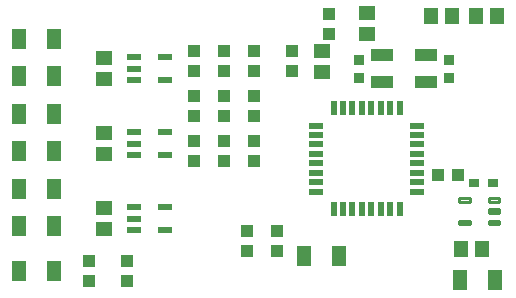
<source format=gbr>
G04 EAGLE Gerber RS-274X export*
G75*
%MOMM*%
%FSLAX34Y34*%
%LPD*%
%INSolderpaste Top*%
%IPPOS*%
%AMOC8*
5,1,8,0,0,1.08239X$1,22.5*%
G01*
%ADD10R,1.164600X1.815300*%
%ADD11R,0.970200X0.920900*%
%ADD12R,1.164600X1.465300*%
%ADD13R,1.465300X1.164600*%
%ADD14R,0.900000X0.800000*%
%ADD15R,1.200000X0.600000*%
%ADD16R,1.000000X1.100000*%
%ADD17R,1.100000X1.000000*%
%ADD18R,1.200000X0.500000*%
%ADD19R,0.500000X1.200000*%
%ADD20R,1.900000X1.100000*%
%ADD21C,0.295000*%


D10*
X74146Y933450D03*
X103654Y933450D03*
X74146Y869950D03*
X103654Y869950D03*
X74146Y838200D03*
X103654Y838200D03*
X74146Y901700D03*
X103654Y901700D03*
D11*
X361950Y947546D03*
X361950Y932054D03*
D10*
X74146Y965200D03*
X103654Y965200D03*
X74146Y806450D03*
X103654Y806450D03*
X74146Y768350D03*
X103654Y768350D03*
D12*
X461146Y984250D03*
X478654Y984250D03*
D10*
X477034Y760730D03*
X447526Y760730D03*
D12*
X440554Y984250D03*
X423046Y984250D03*
D11*
X438150Y932054D03*
X438150Y947546D03*
D13*
X368300Y986654D03*
X368300Y969146D03*
X330200Y954904D03*
X330200Y937396D03*
D10*
X344954Y781050D03*
X315446Y781050D03*
D12*
X448446Y787400D03*
X465954Y787400D03*
D14*
X459422Y843280D03*
X475298Y843280D03*
D15*
X197210Y822300D03*
X197210Y803300D03*
X171090Y822300D03*
X171090Y812800D03*
X171090Y803300D03*
X197210Y885800D03*
X197210Y866800D03*
X171090Y885800D03*
X171090Y876300D03*
X171090Y866800D03*
X197210Y949300D03*
X197210Y930300D03*
X171090Y949300D03*
X171090Y939800D03*
X171090Y930300D03*
D16*
X445380Y849630D03*
X428380Y849630D03*
D17*
X247650Y878450D03*
X247650Y861450D03*
X247650Y916550D03*
X247650Y899550D03*
X247650Y954650D03*
X247650Y937650D03*
X266700Y802250D03*
X266700Y785250D03*
X304800Y937650D03*
X304800Y954650D03*
X292100Y785250D03*
X292100Y802250D03*
X336550Y969400D03*
X336550Y986400D03*
X273050Y878450D03*
X273050Y861450D03*
X273050Y916550D03*
X273050Y899550D03*
X273050Y954650D03*
X273050Y937650D03*
X222250Y861450D03*
X222250Y878450D03*
X222250Y899550D03*
X222250Y916550D03*
X222250Y937650D03*
X222250Y954650D03*
D18*
X325800Y891600D03*
X325800Y883600D03*
X325800Y875600D03*
X325800Y867600D03*
X325800Y859600D03*
X325800Y851600D03*
X325800Y843600D03*
X325800Y835600D03*
X410800Y835600D03*
X410800Y843600D03*
X410800Y851600D03*
X410800Y859600D03*
X410800Y867600D03*
X410800Y875600D03*
X410800Y883600D03*
X410800Y891600D03*
D19*
X396300Y906100D03*
X388300Y906100D03*
X380300Y906100D03*
X372300Y906100D03*
X364300Y906100D03*
X356300Y906100D03*
X348300Y906100D03*
X340300Y906100D03*
X340300Y821100D03*
X348300Y821100D03*
X356300Y821100D03*
X364300Y821100D03*
X372300Y821100D03*
X380300Y821100D03*
X388300Y821100D03*
X396300Y821100D03*
D20*
X381550Y928300D03*
X418550Y951300D03*
X381550Y951300D03*
X418550Y928300D03*
D21*
X471525Y811125D02*
X480675Y811125D01*
X480675Y808175D01*
X471525Y808175D01*
X471525Y811125D01*
X471525Y810977D02*
X480675Y810977D01*
X480675Y820625D02*
X471525Y820625D01*
X480675Y820625D02*
X480675Y817675D01*
X471525Y817675D01*
X471525Y820625D01*
X471525Y820477D02*
X480675Y820477D01*
X480675Y830125D02*
X471525Y830125D01*
X480675Y830125D02*
X480675Y827175D01*
X471525Y827175D01*
X471525Y830125D01*
X471525Y829977D02*
X480675Y829977D01*
X455575Y830125D02*
X446425Y830125D01*
X455575Y830125D02*
X455575Y827175D01*
X446425Y827175D01*
X446425Y830125D01*
X446425Y829977D02*
X455575Y829977D01*
X455575Y811125D02*
X446425Y811125D01*
X455575Y811125D02*
X455575Y808175D01*
X446425Y808175D01*
X446425Y811125D01*
X446425Y810977D02*
X455575Y810977D01*
D17*
X165100Y776850D03*
X165100Y759850D03*
X133350Y776850D03*
X133350Y759850D03*
D13*
X146050Y821554D03*
X146050Y804046D03*
X146050Y885054D03*
X146050Y867546D03*
X146050Y948554D03*
X146050Y931046D03*
M02*

</source>
